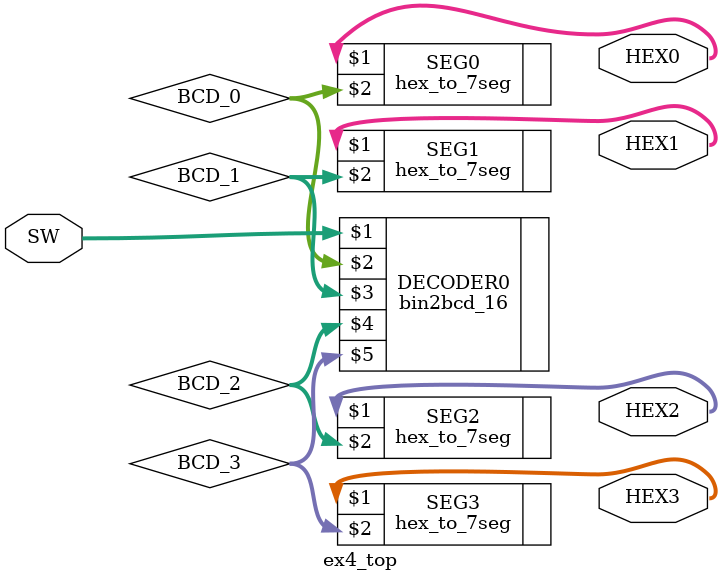
<source format=v>


module ex4_top (
	SW,
	HEX0, HEX1, HEX2, HEX3
);
	input [9:0] SW;
	output [6:0] HEX0;
	output [6:0] HEX1;
	output [6:0] HEX2;
	output [6:0] HEX3;
	
	wire[3:0] BCD_0, BCD_1, BCD_2, BCD_3;
	
	bin2bcd_16 DECODER0 (SW, BCD_0, BCD_1, BCD_2, BCD_3);
	
	hex_to_7seg SEG0 (HEX0, BCD_0);
	hex_to_7seg SEG1 (HEX1, BCD_1);
	hex_to_7seg SEG2 (HEX2, BCD_2);
	hex_to_7seg SEG3 (HEX3, BCD_3);
	
endmodule

</source>
